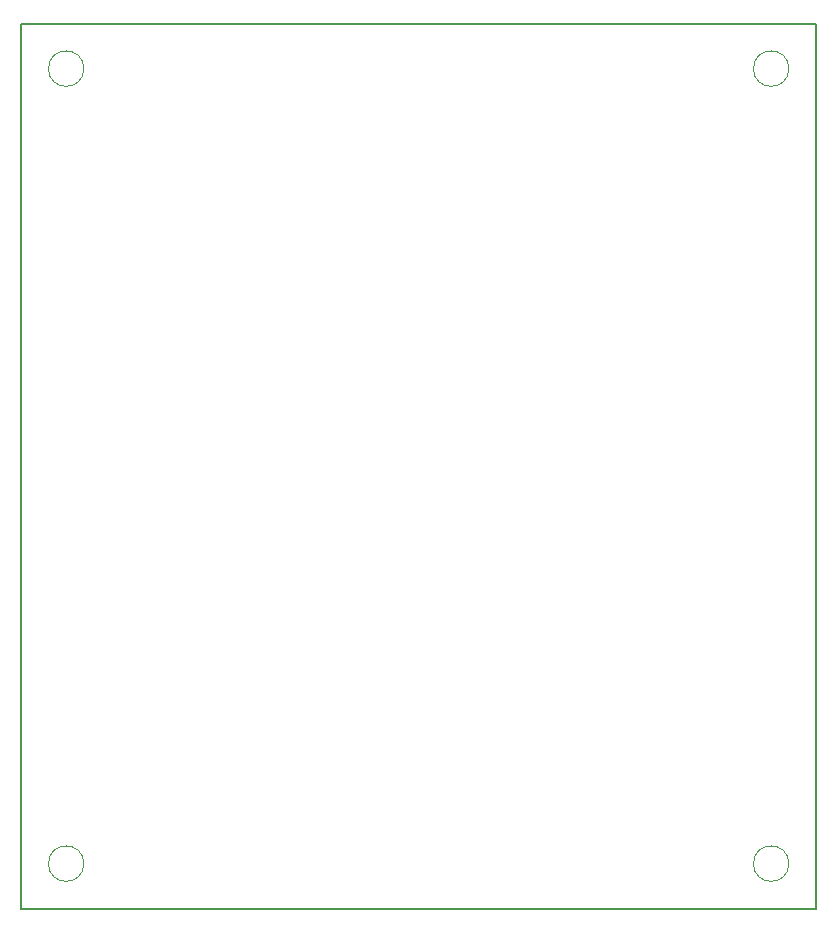
<source format=gbr>
%TF.GenerationSoftware,KiCad,Pcbnew,7.0.1*%
%TF.CreationDate,2023-10-30T13:33:15+01:00*%
%TF.ProjectId,schematic,73636865-6d61-4746-9963-2e6b69636164,rev?*%
%TF.SameCoordinates,Original*%
%TF.FileFunction,Profile,NP*%
%FSLAX46Y46*%
G04 Gerber Fmt 4.6, Leading zero omitted, Abs format (unit mm)*
G04 Created by KiCad (PCBNEW 7.0.1) date 2023-10-30 13:33:15*
%MOMM*%
%LPD*%
G01*
G04 APERTURE LIST*
%TA.AperFunction,Profile*%
%ADD10C,0.100000*%
%TD*%
%TA.AperFunction,Profile*%
%ADD11C,0.200000*%
%TD*%
G04 APERTURE END LIST*
D10*
X143740000Y-113030000D02*
G75*
G03*
X143740000Y-113030000I-1500000J0D01*
G01*
X203430000Y-45720000D02*
G75*
G03*
X203430000Y-45720000I-1500000J0D01*
G01*
X203430000Y-113030000D02*
G75*
G03*
X203430000Y-113030000I-1500000J0D01*
G01*
X143740000Y-45720000D02*
G75*
G03*
X143740000Y-45720000I-1500000J0D01*
G01*
D11*
X138430000Y-41910000D02*
X205740000Y-41910000D01*
X205740000Y-116840000D01*
X138430000Y-116840000D01*
X138430000Y-41910000D01*
M02*

</source>
